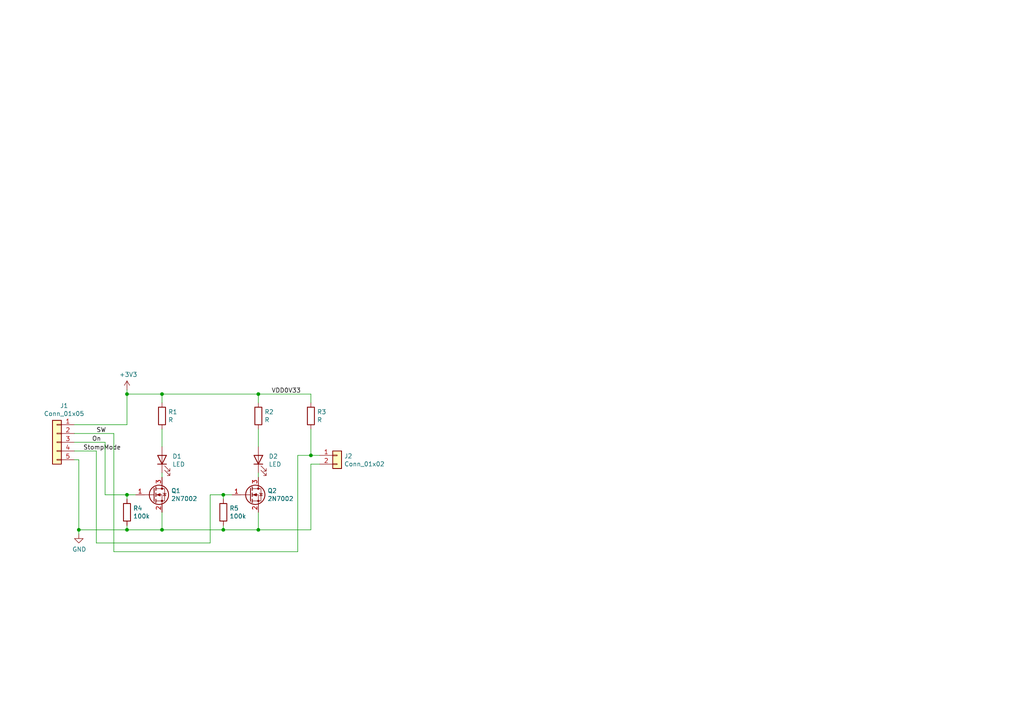
<source format=kicad_sch>
(kicad_sch (version 20211123) (generator eeschema)
  (paper "A4")
  (lib_symbols
    (symbol "Connector_Generic:Conn_01x02" (pin_names (offset 1.016) hide)
      (property "Reference" "J" (at 0 2.54 0))
      (property "Value" "Conn_01x02" (at 0 -5.08 0))
      (symbol "Conn_01x02_1_1"
        (rectangle (start -1.27 -2.413) (end 0 -2.667) (stroke (width 0.1524)))
        (rectangle (start -1.27 0.127) (end 0 -0.127) (stroke (width 0.1524)))
        (rectangle (start -1.27 1.27) (end 1.27 -3.81) (stroke (width 0.254)) (fill (type background)))
        (pin passive line (at -5.08 0 0) (length 3.81) (name "Pin_1") (number "1"))
        (pin passive line (at -5.08 -2.54 0) (length 3.81) (name "Pin_2") (number "2"))
      )
    )
    (symbol "Connector_Generic:Conn_01x05" (pin_names (offset 1.016) hide)
      (property "Reference" "J" (at 0 7.62 0))
      (property "Value" "Conn_01x05" (at 0 -7.62 0))
      (symbol "Conn_01x05_1_1"
        (rectangle (start -1.27 -4.953) (end 0 -5.207) (stroke (width 0.1524)))
        (rectangle (start -1.27 -2.413) (end 0 -2.667) (stroke (width 0.1524)))
        (rectangle (start -1.27 0.127) (end 0 -0.127) (stroke (width 0.1524)))
        (rectangle (start -1.27 2.667) (end 0 2.413) (stroke (width 0.1524)))
        (rectangle (start -1.27 5.207) (end 0 4.953) (stroke (width 0.1524)))
        (rectangle (start -1.27 6.35) (end 1.27 -6.35) (stroke (width 0.254)) (fill (type background)))
        (pin passive line (at -5.08 5.08 0) (length 3.81) (name "Pin_1") (number "1"))
        (pin passive line (at -5.08 2.54 0) (length 3.81) (name "Pin_2") (number "2"))
        (pin passive line (at -5.08 0 0) (length 3.81) (name "Pin_3") (number "3"))
        (pin passive line (at -5.08 -2.54 0) (length 3.81) (name "Pin_4") (number "4"))
        (pin passive line (at -5.08 -5.08 0) (length 3.81) (name "Pin_5") (number "5"))
      )
    )
    (symbol "Device:LED" (pin_numbers hide) (pin_names (offset 1.016) hide)
      (property "Reference" "D" (at 0 2.54 0))
      (property "Value" "LED" (at 0 -2.54 0))
      (symbol "LED_0_1"
        (polyline (pts (xy -1.27 -1.27) (xy -1.27 1.27)) (stroke (width 0.254)))
        (polyline (pts (xy -1.27 0) (xy 1.27 0)))
        (polyline (pts (xy 1.27 -1.27) (xy 1.27 1.27) (xy -1.27 0) (xy 1.27 -1.27)) (stroke (width 0.254)))
        (polyline (pts (xy -3.048 -0.762) (xy -4.572 -2.286) (xy -3.81 -2.286) (xy -4.572 -2.286) (xy -4.572 -1.524)))
        (polyline (pts (xy -1.778 -0.762) (xy -3.302 -2.286) (xy -2.54 -2.286) (xy -3.302 -2.286) (xy -3.302 -1.524)))
      )
      (symbol "LED_1_1"
        (pin passive line (at -3.81 0 0) (length 2.54) (name "K") (number "1"))
        (pin passive line (at 3.81 0 180) (length 2.54) (name "A") (number "2"))
      )
    )
    (symbol "Device:R" (pin_numbers hide) (pin_names (offset 0))
      (property "Reference" "R" (at 2.032 0 90))
      (property "Value" "R" (at 0 0 90))
      (symbol "R_0_1"
        (rectangle (start -1.016 -2.54) (end 1.016 2.54) (stroke (width 0.254)))
      )
      (symbol "R_1_1"
        (pin passive line (at 0 3.81 270) (length 1.27) (name "~") (number "1"))
        (pin passive line (at 0 -3.81 90) (length 1.27) (name "~") (number "2"))
      )
    )
    (symbol "Transistor_FET:2N7002" (pin_names hide)
      (property "Reference" "Q" (at 5.08 1.905 0))
      (property "Value" "2N7002" (at 5.08 0 0))
      (symbol "2N7002_0_1"
        (polyline (pts (xy 0.254 0) (xy -2.54 0)))
        (polyline (pts (xy 0.254 1.905) (xy 0.254 -1.905)) (stroke (width 0.254)))
        (polyline (pts (xy 0.762 -1.27) (xy 0.762 -2.286)) (stroke (width 0.254)))
        (polyline (pts (xy 0.762 0.508) (xy 0.762 -0.508)) (stroke (width 0.254)))
        (polyline (pts (xy 0.762 2.286) (xy 0.762 1.27)) (stroke (width 0.254)))
        (polyline (pts (xy 2.54 2.54) (xy 2.54 1.778)))
        (polyline (pts (xy 2.54 -2.54) (xy 2.54 0) (xy 0.762 0)))
        (polyline (pts (xy 0.762 -1.778) (xy 3.302 -1.778) (xy 3.302 1.778) (xy 0.762 1.778)))
        (polyline (pts (xy 1.016 0) (xy 2.032 0.381) (xy 2.032 -0.381) (xy 1.016 0)) (fill (type outline)))
        (polyline (pts (xy 2.794 0.508) (xy 2.921 0.381) (xy 3.683 0.381) (xy 3.81 0.254)))
        (polyline (pts (xy 3.302 0.381) (xy 2.921 -0.254) (xy 3.683 -0.254) (xy 3.302 0.381)))
        (circle (center 1.651 0) (radius 2.794) (stroke (width 0.254)))
        (circle (center 2.54 -1.778) (radius 0.254) (fill (type outline)))
        (circle (center 2.54 1.778) (radius 0.254) (fill (type outline)))
      )
      (symbol "2N7002_1_1"
        (pin input line (at -5.08 0 0) (length 2.54) (name "G") (number "1"))
        (pin passive line (at 2.54 -5.08 90) (length 2.54) (name "S") (number "2"))
        (pin passive line (at 2.54 5.08 270) (length 2.54) (name "D") (number "3"))
      )
    )
    (symbol "power:+3V3" (power) (pin_names (offset 0))
      (property "Value" "+3V3" (at 0 3.556 0))
      (symbol "+3V3_0_1"
        (polyline (pts (xy -0.762 1.27) (xy 0 2.54)))
        (polyline (pts (xy 0 0) (xy 0 2.54)))
        (polyline (pts (xy 0 2.54) (xy 0.762 1.27)))
      )
      (symbol "+3V3_1_1"
        (pin power_in line (at 0 0 90) (length 0) hide (name "+3V3") (number "1"))
      )
    )
    (symbol "power:GND" (power) (pin_names (offset 0))
      (property "Value" "GND" (at 0 -3.81 0))
      (symbol "GND_0_1"
        (polyline (pts (xy 0 0) (xy 0 -1.27) (xy 1.27 -1.27) (xy 0 -2.54) (xy -1.27 -1.27) (xy 0 -1.27)))
      )
      (symbol "GND_1_1"
        (pin power_in line (at 0 0 270) (length 0) hide (name "GND") (number "1"))
      )
    )
  )
  (junction (at 46.99 114.3))
  (junction (at 36.83 153.67))
  (junction (at 74.93 153.67))
  (junction (at 64.77 153.67))
  (junction (at 36.83 114.3))
  (junction (at 74.93 114.3))
  (junction (at 64.77 143.51))
  (junction (at 90.17 132.08))
  (junction (at 46.99 153.67))
  (junction (at 36.83 143.51))
  (junction (at 22.86 153.67))
  (wire (pts (xy 67.31 143.51) (xy 64.77 143.51)))
  (wire (pts (xy 36.83 144.78) (xy 36.83 143.51)))
  (wire (pts (xy 86.36 160.02) (xy 33.02 160.02)))
  (wire (pts (xy 22.86 154.94) (xy 22.86 153.67)))
  (wire (pts (xy 46.99 137.16) (xy 46.99 138.43)))
  (wire (pts (xy 21.59 123.19) (xy 36.83 123.19)))
  (wire (pts (xy 22.86 133.35) (xy 22.86 153.67)))
  (wire (pts (xy 74.93 114.3) (xy 90.17 114.3)))
  (wire (pts (xy 74.93 129.54) (xy 74.93 124.46)))
  (wire (pts (xy 30.48 128.27) (xy 21.59 128.27)))
  (wire (pts (xy 39.37 143.51) (xy 36.83 143.51)))
  (wire (pts (xy 36.83 113.03) (xy 36.83 114.3)))
  (wire (pts (xy 27.94 157.48) (xy 27.94 130.81)))
  (wire (pts (xy 33.02 125.73) (xy 21.59 125.73)))
  (wire (pts (xy 22.86 133.35) (xy 21.59 133.35)))
  (wire (pts (xy 86.36 132.08) (xy 86.36 160.02)))
  (wire (pts (xy 90.17 153.67) (xy 74.93 153.67)))
  (wire (pts (xy 46.99 129.54) (xy 46.99 124.46)))
  (wire (pts (xy 90.17 132.08) (xy 86.36 132.08)))
  (wire (pts (xy 64.77 153.67) (xy 74.93 153.67)))
  (wire (pts (xy 30.48 143.51) (xy 30.48 128.27)))
  (wire (pts (xy 90.17 134.62) (xy 90.17 153.67)))
  (wire (pts (xy 64.77 144.78) (xy 64.77 143.51)))
  (wire (pts (xy 64.77 143.51) (xy 60.96 143.51)))
  (wire (pts (xy 74.93 148.59) (xy 74.93 153.67)))
  (wire (pts (xy 90.17 132.08) (xy 92.71 132.08)))
  (wire (pts (xy 36.83 114.3) (xy 46.99 114.3)))
  (wire (pts (xy 64.77 152.4) (xy 64.77 153.67)))
  (wire (pts (xy 60.96 143.51) (xy 60.96 157.48)))
  (wire (pts (xy 27.94 130.81) (xy 21.59 130.81)))
  (wire (pts (xy 92.71 134.62) (xy 90.17 134.62)))
  (wire (pts (xy 90.17 114.3) (xy 90.17 116.84)))
  (wire (pts (xy 46.99 153.67) (xy 64.77 153.67)))
  (wire (pts (xy 36.83 153.67) (xy 22.86 153.67)))
  (wire (pts (xy 90.17 124.46) (xy 90.17 132.08)))
  (wire (pts (xy 74.93 116.84) (xy 74.93 114.3)))
  (wire (pts (xy 74.93 137.16) (xy 74.93 138.43)))
  (wire (pts (xy 46.99 116.84) (xy 46.99 114.3)))
  (wire (pts (xy 36.83 152.4) (xy 36.83 153.67)))
  (wire (pts (xy 36.83 143.51) (xy 30.48 143.51)))
  (wire (pts (xy 33.02 160.02) (xy 33.02 125.73)))
  (wire (pts (xy 60.96 157.48) (xy 27.94 157.48)))
  (wire (pts (xy 46.99 153.67) (xy 36.83 153.67)))
  (wire (pts (xy 46.99 148.59) (xy 46.99 153.67)))
  (wire (pts (xy 36.83 123.19) (xy 36.83 114.3)))
  (wire (pts (xy 46.99 114.3) (xy 74.93 114.3)))
  (label "StompMode" (at 24.13 130.81 0))
  (label "SW" (at 27.94 125.73 0))
  (label "On" (at 26.67 128.27 0))
  (label "VDD0V33" (at 78.74 114.3 0))
  (symbol (lib_id "Device:LED") (at 46.99 133.35 90) (unit 1)
    (property "Reference" "D1" (at 49.9872 132.3594 90) (effects (justify right)))
    (property "Value" "LED" (at 49.9872 134.6708 90) (effects (justify right)))
    (property "Footprint" "LED_THT:LED_D3.0mm" (effects hide))
  )
  (symbol (lib_id "Device:LED") (at 74.93 133.35 90) (unit 1)
    (property "Reference" "D2" (at 77.9272 132.3594 90) (effects (justify right)))
    (property "Value" "LED" (at 77.9272 134.6708 90) (effects (justify right)))
    (property "Footprint" "LED_THT:LED_D3.0mm" (effects hide))
  )
  (symbol (lib_id "Device:R") (at 46.99 120.65 0) (unit 1)
    (property "Reference" "R1" (at 48.768 119.4816 0) (effects (justify left)))
    (property "Value" "R" (at 48.768 121.793 0) (effects (justify left)))
    (property "Footprint" "Resistor_SMD:R_1206_3216Metric_Pad1.30x1.75mm_HandSolder" (effects hide))
  )
  (symbol (lib_id "Device:R") (at 74.93 120.65 0) (unit 1)
    (property "Reference" "R2" (at 76.708 119.4816 0) (effects (justify left)))
    (property "Value" "R" (at 76.708 121.793 0) (effects (justify left)))
    (property "Footprint" "Resistor_SMD:R_1206_3216Metric_Pad1.30x1.75mm_HandSolder" (effects hide))
  )
  (symbol (lib_id "Connector_Generic:Conn_01x02") (at 97.79 132.08 0) (unit 1)
    (property "Reference" "J2" (at 99.822 132.2832 0) (effects (justify left)))
    (property "Value" "Conn_01x02" (at 99.822 134.5946 0) (effects (justify left)))
    (property "Footprint" "Connector_JST:JST_PH_B2B-PH-K_1x02_P2.00mm_Vertical" (effects hide))
  )
  (symbol (lib_id "Device:R") (at 90.17 120.65 0) (unit 1)
    (property "Reference" "R3" (at 91.948 119.4816 0) (effects (justify left)))
    (property "Value" "R" (at 91.948 121.793 0) (effects (justify left)))
    (property "Footprint" "Resistor_SMD:R_1206_3216Metric_Pad1.30x1.75mm_HandSolder" (effects hide))
  )
  (symbol (lib_id "Connector_Generic:Conn_01x05") (at 16.51 128.27 0) (mirror y) (unit 1)
    (property "Reference" "J1" (at 18.5928 117.6782 0))
    (property "Value" "Conn_01x05" (at 18.5928 119.9896 0))
    (property "Footprint" "Connector_JST:JST_PH_B5B-PH-K_1x05_P2.00mm_Vertical" (effects hide))
  )
  (symbol (lib_id "Transistor_FET:2N7002") (at 44.45 143.51 0) (unit 1)
    (property "Reference" "Q1" (at 49.6316 142.3416 0) (effects (justify left)))
    (property "Value" "2N7002" (at 49.6316 144.653 0) (effects (justify left)))
    (property "Footprint" "Package_TO_SOT_SMD:SOT-23" (effects hide))
    (property "Datasheet" "https://www.onsemi.com/pub/Collateral/NDS7002A-D.PDF" (effects hide))
  )
  (symbol (lib_id "Transistor_FET:2N7002") (at 72.39 143.51 0) (unit 1)
    (property "Reference" "Q2" (at 77.5716 142.3416 0) (effects (justify left)))
    (property "Value" "2N7002" (at 77.5716 144.653 0) (effects (justify left)))
    (property "Footprint" "Package_TO_SOT_SMD:SOT-23" (effects hide))
    (property "Datasheet" "https://www.onsemi.com/pub/Collateral/NDS7002A-D.PDF" (effects hide))
  )
  (symbol (lib_id "power:+3V3") (at 36.83 113.03 0) (unit 1)
    (property "Reference" "#PWR0101" (effects hide))
    (property "Value" "+3V3" (at 37.211 108.6358 0))
  )
  (symbol (lib_id "power:GND") (at 22.86 154.94 0) (unit 1)
    (property "Reference" "#PWR0102" (effects hide))
    (property "Value" "GND" (at 22.987 159.3342 0))
  )
  (symbol (lib_id "Device:R") (at 36.83 148.59 0) (unit 1)
    (property "Reference" "R4" (at 38.608 147.4216 0) (effects (justify left)))
    (property "Value" "100k" (at 38.608 149.733 0) (effects (justify left)))
    (property "Footprint" "Resistor_SMD:R_1206_3216Metric_Pad1.30x1.75mm_HandSolder" (effects hide))
  )
  (symbol (lib_id "Device:R") (at 64.77 148.59 0) (unit 1)
    (property "Reference" "R5" (at 66.548 147.4216 0) (effects (justify left)))
    (property "Value" "100k" (at 66.548 149.733 0) (effects (justify left)))
    (property "Footprint" "Resistor_SMD:R_1206_3216Metric_Pad1.30x1.75mm_HandSolder" (effects hide))
  )
)
</source>
